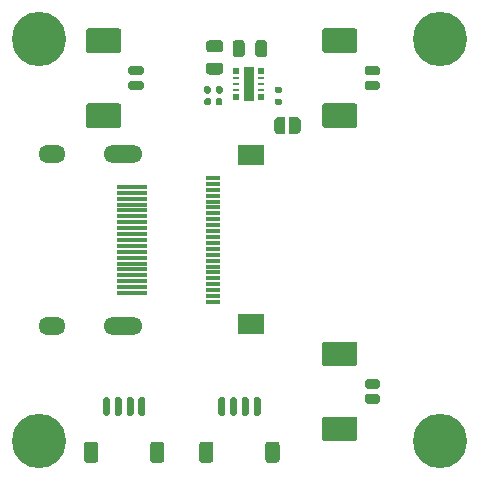
<source format=gbr>
G04 #@! TF.GenerationSoftware,KiCad,Pcbnew,8.0.4*
G04 #@! TF.CreationDate,2025-01-15T23:08:54-08:00*
G04 #@! TF.ProjectId,MIPItoHDMI_Buffered,4d495049-746f-4484-944d-495f42756666,rev?*
G04 #@! TF.SameCoordinates,Original*
G04 #@! TF.FileFunction,Soldermask,Top*
G04 #@! TF.FilePolarity,Negative*
%FSLAX46Y46*%
G04 Gerber Fmt 4.6, Leading zero omitted, Abs format (unit mm)*
G04 Created by KiCad (PCBNEW 8.0.4) date 2025-01-15 23:08:54*
%MOMM*%
%LPD*%
G01*
G04 APERTURE LIST*
%ADD10C,4.600000*%
%ADD11R,0.533400X0.558800*%
%ADD12R,0.533400X0.279400*%
%ADD13R,0.939800X2.844800*%
%ADD14R,1.300000X0.300000*%
%ADD15R,2.200000X1.800000*%
%ADD16R,2.600000X0.300000*%
%ADD17O,3.300000X1.500000*%
%ADD18O,2.300000X1.500000*%
G04 APERTURE END LIST*
G04 #@! TO.C,J7*
G36*
G01*
X10300000Y-4775000D02*
X11200000Y-4775000D01*
G75*
G02*
X11400000Y-4975000I0J-200000D01*
G01*
X11400000Y-5375000D01*
G75*
G02*
X11200000Y-5575000I-200000J0D01*
G01*
X10300000Y-5575000D01*
G75*
G02*
X10100000Y-5375000I0J200000D01*
G01*
X10100000Y-4975000D01*
G75*
G02*
X10300000Y-4775000I200000J0D01*
G01*
G37*
G36*
G01*
X10300000Y-6025000D02*
X11200000Y-6025000D01*
G75*
G02*
X11400000Y-6225000I0J-200000D01*
G01*
X11400000Y-6625000D01*
G75*
G02*
X11200000Y-6825000I-200000J0D01*
G01*
X10300000Y-6825000D01*
G75*
G02*
X10100000Y-6625000I0J200000D01*
G01*
X10100000Y-6225000D01*
G75*
G02*
X10300000Y-6025000I200000J0D01*
G01*
G37*
G36*
G01*
X6750001Y-1575000D02*
X9249999Y-1575000D01*
G75*
G02*
X9500000Y-1825001I0J-250001D01*
G01*
X9500000Y-3424999D01*
G75*
G02*
X9249999Y-3675000I-250001J0D01*
G01*
X6750001Y-3675000D01*
G75*
G02*
X6500000Y-3424999I0J250001D01*
G01*
X6500000Y-1825001D01*
G75*
G02*
X6750001Y-1575000I250001J0D01*
G01*
G37*
G36*
G01*
X6750001Y-7925000D02*
X9249999Y-7925000D01*
G75*
G02*
X9500000Y-8175001I0J-250001D01*
G01*
X9500000Y-9774999D01*
G75*
G02*
X9249999Y-10025000I-250001J0D01*
G01*
X6750001Y-10025000D01*
G75*
G02*
X6500000Y-9774999I0J250001D01*
G01*
X6500000Y-8175001D01*
G75*
G02*
X6750001Y-7925000I250001J0D01*
G01*
G37*
G04 #@! TD*
G04 #@! TO.C,JP1*
G36*
X23400000Y-10550000D02*
G01*
X22900000Y-10550000D01*
X22900000Y-10544911D01*
X22828843Y-10544911D01*
X22692292Y-10504816D01*
X22572570Y-10427875D01*
X22479373Y-10320320D01*
X22420254Y-10190866D01*
X22400000Y-10050000D01*
X22400000Y-9550000D01*
X22420254Y-9409134D01*
X22479373Y-9279680D01*
X22572570Y-9172125D01*
X22692292Y-9095184D01*
X22828843Y-9055089D01*
X22900000Y-9055089D01*
X22900000Y-9050000D01*
X23400000Y-9050000D01*
X23400000Y-10550000D01*
G37*
G36*
X24200000Y-9055089D02*
G01*
X24271157Y-9055089D01*
X24407708Y-9095184D01*
X24527430Y-9172125D01*
X24620627Y-9279680D01*
X24679746Y-9409134D01*
X24700000Y-9550000D01*
X24700000Y-10050000D01*
X24679746Y-10190866D01*
X24620627Y-10320320D01*
X24527430Y-10427875D01*
X24407708Y-10504816D01*
X24271157Y-10544911D01*
X24200000Y-10544911D01*
X24200000Y-10550000D01*
X23700000Y-10550000D01*
X23700000Y-9050000D01*
X24200000Y-9050000D01*
X24200000Y-9055089D01*
G37*
G04 #@! TD*
G04 #@! TO.C,J6*
G36*
G01*
X30300000Y-4775000D02*
X31200000Y-4775000D01*
G75*
G02*
X31400000Y-4975000I0J-200000D01*
G01*
X31400000Y-5375000D01*
G75*
G02*
X31200000Y-5575000I-200000J0D01*
G01*
X30300000Y-5575000D01*
G75*
G02*
X30100000Y-5375000I0J200000D01*
G01*
X30100000Y-4975000D01*
G75*
G02*
X30300000Y-4775000I200000J0D01*
G01*
G37*
G36*
G01*
X30300000Y-6025000D02*
X31200000Y-6025000D01*
G75*
G02*
X31400000Y-6225000I0J-200000D01*
G01*
X31400000Y-6625000D01*
G75*
G02*
X31200000Y-6825000I-200000J0D01*
G01*
X30300000Y-6825000D01*
G75*
G02*
X30100000Y-6625000I0J200000D01*
G01*
X30100000Y-6225000D01*
G75*
G02*
X30300000Y-6025000I200000J0D01*
G01*
G37*
G36*
G01*
X26750001Y-1575000D02*
X29249999Y-1575000D01*
G75*
G02*
X29500000Y-1825001I0J-250001D01*
G01*
X29500000Y-3424999D01*
G75*
G02*
X29249999Y-3675000I-250001J0D01*
G01*
X26750001Y-3675000D01*
G75*
G02*
X26500000Y-3424999I0J250001D01*
G01*
X26500000Y-1825001D01*
G75*
G02*
X26750001Y-1575000I250001J0D01*
G01*
G37*
G36*
G01*
X26750001Y-7925000D02*
X29249999Y-7925000D01*
G75*
G02*
X29500000Y-8175001I0J-250001D01*
G01*
X29500000Y-9774999D01*
G75*
G02*
X29249999Y-10025000I-250001J0D01*
G01*
X26750001Y-10025000D01*
G75*
G02*
X26500000Y-9774999I0J250001D01*
G01*
X26500000Y-8175001D01*
G75*
G02*
X26750001Y-7925000I250001J0D01*
G01*
G37*
G04 #@! TD*
G04 #@! TO.C,J4*
G36*
G01*
X17700000Y-34225000D02*
X17700000Y-32975000D01*
G75*
G02*
X17850000Y-32825000I150000J0D01*
G01*
X18150000Y-32825000D01*
G75*
G02*
X18300000Y-32975000I0J-150000D01*
G01*
X18300000Y-34225000D01*
G75*
G02*
X18150000Y-34375000I-150000J0D01*
G01*
X17850000Y-34375000D01*
G75*
G02*
X17700000Y-34225000I0J150000D01*
G01*
G37*
G36*
G01*
X18700000Y-34225000D02*
X18700000Y-32975000D01*
G75*
G02*
X18850000Y-32825000I150000J0D01*
G01*
X19150000Y-32825000D01*
G75*
G02*
X19300000Y-32975000I0J-150000D01*
G01*
X19300000Y-34225000D01*
G75*
G02*
X19150000Y-34375000I-150000J0D01*
G01*
X18850000Y-34375000D01*
G75*
G02*
X18700000Y-34225000I0J150000D01*
G01*
G37*
G36*
G01*
X19700000Y-34225000D02*
X19700000Y-32975000D01*
G75*
G02*
X19850000Y-32825000I150000J0D01*
G01*
X20150000Y-32825000D01*
G75*
G02*
X20300000Y-32975000I0J-150000D01*
G01*
X20300000Y-34225000D01*
G75*
G02*
X20150000Y-34375000I-150000J0D01*
G01*
X19850000Y-34375000D01*
G75*
G02*
X19700000Y-34225000I0J150000D01*
G01*
G37*
G36*
G01*
X20700000Y-34225000D02*
X20700000Y-32975000D01*
G75*
G02*
X20850000Y-32825000I150000J0D01*
G01*
X21150000Y-32825000D01*
G75*
G02*
X21300000Y-32975000I0J-150000D01*
G01*
X21300000Y-34225000D01*
G75*
G02*
X21150000Y-34375000I-150000J0D01*
G01*
X20850000Y-34375000D01*
G75*
G02*
X20700000Y-34225000I0J150000D01*
G01*
G37*
G36*
G01*
X16100000Y-38125000D02*
X16100000Y-36825000D01*
G75*
G02*
X16350000Y-36575000I250000J0D01*
G01*
X17050000Y-36575000D01*
G75*
G02*
X17300000Y-36825000I0J-250000D01*
G01*
X17300000Y-38125000D01*
G75*
G02*
X17050000Y-38375000I-250000J0D01*
G01*
X16350000Y-38375000D01*
G75*
G02*
X16100000Y-38125000I0J250000D01*
G01*
G37*
G36*
G01*
X21700000Y-38125000D02*
X21700000Y-36825000D01*
G75*
G02*
X21950000Y-36575000I250000J0D01*
G01*
X22650000Y-36575000D01*
G75*
G02*
X22900000Y-36825000I0J-250000D01*
G01*
X22900000Y-38125000D01*
G75*
G02*
X22650000Y-38375000I-250000J0D01*
G01*
X21950000Y-38375000D01*
G75*
G02*
X21700000Y-38125000I0J250000D01*
G01*
G37*
G04 #@! TD*
D10*
G04 #@! TO.C,H3*
X36500000Y-36500000D03*
G04 #@! TD*
G04 #@! TO.C,J3*
G36*
G01*
X7950000Y-34225000D02*
X7950000Y-32975000D01*
G75*
G02*
X8100000Y-32825000I150000J0D01*
G01*
X8400000Y-32825000D01*
G75*
G02*
X8550000Y-32975000I0J-150000D01*
G01*
X8550000Y-34225000D01*
G75*
G02*
X8400000Y-34375000I-150000J0D01*
G01*
X8100000Y-34375000D01*
G75*
G02*
X7950000Y-34225000I0J150000D01*
G01*
G37*
G36*
G01*
X8950000Y-34225000D02*
X8950000Y-32975000D01*
G75*
G02*
X9100000Y-32825000I150000J0D01*
G01*
X9400000Y-32825000D01*
G75*
G02*
X9550000Y-32975000I0J-150000D01*
G01*
X9550000Y-34225000D01*
G75*
G02*
X9400000Y-34375000I-150000J0D01*
G01*
X9100000Y-34375000D01*
G75*
G02*
X8950000Y-34225000I0J150000D01*
G01*
G37*
G36*
G01*
X9950000Y-34225000D02*
X9950000Y-32975000D01*
G75*
G02*
X10100000Y-32825000I150000J0D01*
G01*
X10400000Y-32825000D01*
G75*
G02*
X10550000Y-32975000I0J-150000D01*
G01*
X10550000Y-34225000D01*
G75*
G02*
X10400000Y-34375000I-150000J0D01*
G01*
X10100000Y-34375000D01*
G75*
G02*
X9950000Y-34225000I0J150000D01*
G01*
G37*
G36*
G01*
X10950000Y-34225000D02*
X10950000Y-32975000D01*
G75*
G02*
X11100000Y-32825000I150000J0D01*
G01*
X11400000Y-32825000D01*
G75*
G02*
X11550000Y-32975000I0J-150000D01*
G01*
X11550000Y-34225000D01*
G75*
G02*
X11400000Y-34375000I-150000J0D01*
G01*
X11100000Y-34375000D01*
G75*
G02*
X10950000Y-34225000I0J150000D01*
G01*
G37*
G36*
G01*
X6350000Y-38125000D02*
X6350000Y-36825000D01*
G75*
G02*
X6600000Y-36575000I250000J0D01*
G01*
X7300000Y-36575000D01*
G75*
G02*
X7550000Y-36825000I0J-250000D01*
G01*
X7550000Y-38125000D01*
G75*
G02*
X7300000Y-38375000I-250000J0D01*
G01*
X6600000Y-38375000D01*
G75*
G02*
X6350000Y-38125000I0J250000D01*
G01*
G37*
G36*
G01*
X11950000Y-38125000D02*
X11950000Y-36825000D01*
G75*
G02*
X12200000Y-36575000I250000J0D01*
G01*
X12900000Y-36575000D01*
G75*
G02*
X13150000Y-36825000I0J-250000D01*
G01*
X13150000Y-38125000D01*
G75*
G02*
X12900000Y-38375000I-250000J0D01*
G01*
X12200000Y-38375000D01*
G75*
G02*
X11950000Y-38125000I0J250000D01*
G01*
G37*
G04 #@! TD*
G04 #@! TO.C,H4*
X36500000Y-2500000D03*
G04 #@! TD*
G04 #@! TO.C,H1*
X2500000Y-2500000D03*
G04 #@! TD*
G04 #@! TO.C,R2*
G36*
G01*
X22985000Y-8080000D02*
X22615000Y-8080000D01*
G75*
G02*
X22480000Y-7945000I0J135000D01*
G01*
X22480000Y-7675000D01*
G75*
G02*
X22615000Y-7540000I135000J0D01*
G01*
X22985000Y-7540000D01*
G75*
G02*
X23120000Y-7675000I0J-135000D01*
G01*
X23120000Y-7945000D01*
G75*
G02*
X22985000Y-8080000I-135000J0D01*
G01*
G37*
G36*
G01*
X22985000Y-7060000D02*
X22615000Y-7060000D01*
G75*
G02*
X22480000Y-6925000I0J135000D01*
G01*
X22480000Y-6655000D01*
G75*
G02*
X22615000Y-6520000I135000J0D01*
G01*
X22985000Y-6520000D01*
G75*
G02*
X23120000Y-6655000I0J-135000D01*
G01*
X23120000Y-6925000D01*
G75*
G02*
X22985000Y-7060000I-135000J0D01*
G01*
G37*
G04 #@! TD*
D11*
G04 #@! TO.C,U2*
X19245900Y-5162499D03*
D12*
X19245900Y-5799874D03*
X19245900Y-6300000D03*
X19245900Y-6800126D03*
D11*
X19245900Y-7437501D03*
X21354100Y-7437501D03*
D12*
X21354100Y-6800126D03*
X21354100Y-6300000D03*
X21354100Y-5799874D03*
D11*
X21354100Y-5162499D03*
D13*
X20300000Y-6300000D03*
G04 #@! TD*
D14*
G04 #@! TO.C,J1*
X17250000Y-24750000D03*
X17250000Y-24250000D03*
X17250000Y-23750000D03*
X17250000Y-23250000D03*
X17250000Y-22750000D03*
X17250000Y-22250000D03*
X17250000Y-21750000D03*
X17250000Y-21250000D03*
X17250000Y-20750000D03*
X17250000Y-20250000D03*
X17250000Y-19750000D03*
X17250000Y-19250000D03*
X17250000Y-18750000D03*
X17250000Y-18250000D03*
X17250000Y-17750000D03*
X17250000Y-17250000D03*
X17250000Y-16750000D03*
X17250000Y-16250000D03*
X17250000Y-15750000D03*
X17250000Y-15250000D03*
X17250000Y-14750000D03*
X17250000Y-14250000D03*
D15*
X20500000Y-26650000D03*
X20500000Y-12350000D03*
G04 #@! TD*
D10*
G04 #@! TO.C,H2*
X2500000Y-36500000D03*
G04 #@! TD*
G04 #@! TO.C,R1*
G36*
G01*
X16520000Y-6985000D02*
X16520000Y-6615000D01*
G75*
G02*
X16655000Y-6480000I135000J0D01*
G01*
X16925000Y-6480000D01*
G75*
G02*
X17060000Y-6615000I0J-135000D01*
G01*
X17060000Y-6985000D01*
G75*
G02*
X16925000Y-7120000I-135000J0D01*
G01*
X16655000Y-7120000D01*
G75*
G02*
X16520000Y-6985000I0J135000D01*
G01*
G37*
G36*
G01*
X17540000Y-6985000D02*
X17540000Y-6615000D01*
G75*
G02*
X17675000Y-6480000I135000J0D01*
G01*
X17945000Y-6480000D01*
G75*
G02*
X18080000Y-6615000I0J-135000D01*
G01*
X18080000Y-6985000D01*
G75*
G02*
X17945000Y-7120000I-135000J0D01*
G01*
X17675000Y-7120000D01*
G75*
G02*
X17540000Y-6985000I0J135000D01*
G01*
G37*
G04 #@! TD*
G04 #@! TO.C,J5*
G36*
G01*
X26750001Y-34450000D02*
X29249999Y-34450000D01*
G75*
G02*
X29500000Y-34700001I0J-250001D01*
G01*
X29500000Y-36299999D01*
G75*
G02*
X29249999Y-36550000I-250001J0D01*
G01*
X26750001Y-36550000D01*
G75*
G02*
X26500000Y-36299999I0J250001D01*
G01*
X26500000Y-34700001D01*
G75*
G02*
X26750001Y-34450000I250001J0D01*
G01*
G37*
G36*
G01*
X26750001Y-28100000D02*
X29249999Y-28100000D01*
G75*
G02*
X29500000Y-28350001I0J-250001D01*
G01*
X29500000Y-29949999D01*
G75*
G02*
X29249999Y-30200000I-250001J0D01*
G01*
X26750001Y-30200000D01*
G75*
G02*
X26500000Y-29949999I0J250001D01*
G01*
X26500000Y-28350001D01*
G75*
G02*
X26750001Y-28100000I250001J0D01*
G01*
G37*
G36*
G01*
X30300000Y-32550000D02*
X31200000Y-32550000D01*
G75*
G02*
X31400000Y-32750000I0J-200000D01*
G01*
X31400000Y-33150000D01*
G75*
G02*
X31200000Y-33350000I-200000J0D01*
G01*
X30300000Y-33350000D01*
G75*
G02*
X30100000Y-33150000I0J200000D01*
G01*
X30100000Y-32750000D01*
G75*
G02*
X30300000Y-32550000I200000J0D01*
G01*
G37*
G36*
G01*
X30300000Y-31300000D02*
X31200000Y-31300000D01*
G75*
G02*
X31400000Y-31500000I0J-200000D01*
G01*
X31400000Y-31900000D01*
G75*
G02*
X31200000Y-32100000I-200000J0D01*
G01*
X30300000Y-32100000D01*
G75*
G02*
X30100000Y-31900000I0J200000D01*
G01*
X30100000Y-31500000D01*
G75*
G02*
X30300000Y-31300000I200000J0D01*
G01*
G37*
G04 #@! TD*
G04 #@! TO.C,C2*
G36*
G01*
X21850000Y-2825000D02*
X21850000Y-3775000D01*
G75*
G02*
X21600000Y-4025000I-250000J0D01*
G01*
X21100000Y-4025000D01*
G75*
G02*
X20850000Y-3775000I0J250000D01*
G01*
X20850000Y-2825000D01*
G75*
G02*
X21100000Y-2575000I250000J0D01*
G01*
X21600000Y-2575000D01*
G75*
G02*
X21850000Y-2825000I0J-250000D01*
G01*
G37*
G36*
G01*
X19950000Y-2825000D02*
X19950000Y-3775000D01*
G75*
G02*
X19700000Y-4025000I-250000J0D01*
G01*
X19200000Y-4025000D01*
G75*
G02*
X18950000Y-3775000I0J250000D01*
G01*
X18950000Y-2825000D01*
G75*
G02*
X19200000Y-2575000I250000J0D01*
G01*
X19700000Y-2575000D01*
G75*
G02*
X19950000Y-2825000I0J-250000D01*
G01*
G37*
G04 #@! TD*
G04 #@! TO.C,C3*
G36*
G01*
X18060000Y-7630000D02*
X18060000Y-7970000D01*
G75*
G02*
X17920000Y-8110000I-140000J0D01*
G01*
X17640000Y-8110000D01*
G75*
G02*
X17500000Y-7970000I0J140000D01*
G01*
X17500000Y-7630000D01*
G75*
G02*
X17640000Y-7490000I140000J0D01*
G01*
X17920000Y-7490000D01*
G75*
G02*
X18060000Y-7630000I0J-140000D01*
G01*
G37*
G36*
G01*
X17100000Y-7630000D02*
X17100000Y-7970000D01*
G75*
G02*
X16960000Y-8110000I-140000J0D01*
G01*
X16680000Y-8110000D01*
G75*
G02*
X16540000Y-7970000I0J140000D01*
G01*
X16540000Y-7630000D01*
G75*
G02*
X16680000Y-7490000I140000J0D01*
G01*
X16960000Y-7490000D01*
G75*
G02*
X17100000Y-7630000I0J-140000D01*
G01*
G37*
G04 #@! TD*
G04 #@! TO.C,C1*
G36*
G01*
X16925000Y-2600000D02*
X17875000Y-2600000D01*
G75*
G02*
X18125000Y-2850000I0J-250000D01*
G01*
X18125000Y-3350000D01*
G75*
G02*
X17875000Y-3600000I-250000J0D01*
G01*
X16925000Y-3600000D01*
G75*
G02*
X16675000Y-3350000I0J250000D01*
G01*
X16675000Y-2850000D01*
G75*
G02*
X16925000Y-2600000I250000J0D01*
G01*
G37*
G36*
G01*
X16925000Y-4500000D02*
X17875000Y-4500000D01*
G75*
G02*
X18125000Y-4750000I0J-250000D01*
G01*
X18125000Y-5250000D01*
G75*
G02*
X17875000Y-5500000I-250000J0D01*
G01*
X16925000Y-5500000D01*
G75*
G02*
X16675000Y-5250000I0J250000D01*
G01*
X16675000Y-4750000D01*
G75*
G02*
X16925000Y-4500000I250000J0D01*
G01*
G37*
G04 #@! TD*
D16*
G04 #@! TO.C,J2*
X10385000Y-24000000D03*
X10385000Y-23500000D03*
X10385000Y-23000000D03*
X10385000Y-22500000D03*
X10385000Y-22000000D03*
X10385000Y-21500000D03*
X10385000Y-21000000D03*
X10385000Y-20500000D03*
X10385000Y-20000000D03*
X10385000Y-19500000D03*
X10385000Y-19000000D03*
X10385000Y-18500000D03*
X10385000Y-18000000D03*
X10385000Y-17500000D03*
X10385000Y-17000000D03*
X10385000Y-16500000D03*
X10385000Y-16000000D03*
X10385000Y-15500000D03*
X10385000Y-15000000D03*
D17*
X9625000Y-26750000D03*
X9625000Y-12250000D03*
D18*
X3665000Y-26750000D03*
X3665000Y-12250000D03*
G04 #@! TD*
M02*

</source>
